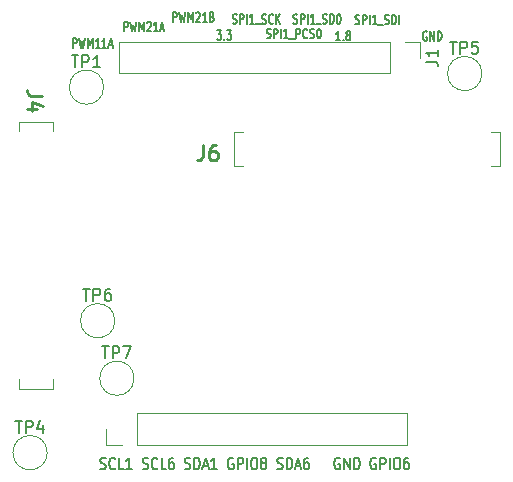
<source format=gbr>
%TF.GenerationSoftware,KiCad,Pcbnew,8.0.2-8.0.2-0~ubuntu20.04.1*%
%TF.CreationDate,2024-06-01T01:08:57-05:00*%
%TF.ProjectId,coral_b2b_breakout,636f7261-6c5f-4623-9262-5f627265616b,rev?*%
%TF.SameCoordinates,Original*%
%TF.FileFunction,Legend,Top*%
%TF.FilePolarity,Positive*%
%FSLAX46Y46*%
G04 Gerber Fmt 4.6, Leading zero omitted, Abs format (unit mm)*
G04 Created by KiCad (PCBNEW 8.0.2-8.0.2-0~ubuntu20.04.1) date 2024-06-01 01:08:57*
%MOMM*%
%LPD*%
G01*
G04 APERTURE LIST*
%ADD10C,0.127000*%
%ADD11C,0.150000*%
%ADD12C,0.254000*%
%ADD13C,0.120000*%
%ADD14C,0.100000*%
G04 APERTURE END LIST*
D10*
X161397837Y-64182396D02*
X161483552Y-64220491D01*
X161483552Y-64220491D02*
X161626409Y-64220491D01*
X161626409Y-64220491D02*
X161683552Y-64182396D01*
X161683552Y-64182396D02*
X161712123Y-64144300D01*
X161712123Y-64144300D02*
X161740694Y-64068110D01*
X161740694Y-64068110D02*
X161740694Y-63991919D01*
X161740694Y-63991919D02*
X161712123Y-63915729D01*
X161712123Y-63915729D02*
X161683552Y-63877634D01*
X161683552Y-63877634D02*
X161626409Y-63839538D01*
X161626409Y-63839538D02*
X161512123Y-63801443D01*
X161512123Y-63801443D02*
X161454980Y-63763348D01*
X161454980Y-63763348D02*
X161426409Y-63725253D01*
X161426409Y-63725253D02*
X161397837Y-63649062D01*
X161397837Y-63649062D02*
X161397837Y-63572872D01*
X161397837Y-63572872D02*
X161426409Y-63496681D01*
X161426409Y-63496681D02*
X161454980Y-63458586D01*
X161454980Y-63458586D02*
X161512123Y-63420491D01*
X161512123Y-63420491D02*
X161654980Y-63420491D01*
X161654980Y-63420491D02*
X161740694Y-63458586D01*
X161997838Y-64220491D02*
X161997838Y-63420491D01*
X161997838Y-63420491D02*
X162226409Y-63420491D01*
X162226409Y-63420491D02*
X162283552Y-63458586D01*
X162283552Y-63458586D02*
X162312123Y-63496681D01*
X162312123Y-63496681D02*
X162340695Y-63572872D01*
X162340695Y-63572872D02*
X162340695Y-63687157D01*
X162340695Y-63687157D02*
X162312123Y-63763348D01*
X162312123Y-63763348D02*
X162283552Y-63801443D01*
X162283552Y-63801443D02*
X162226409Y-63839538D01*
X162226409Y-63839538D02*
X161997838Y-63839538D01*
X162597838Y-64220491D02*
X162597838Y-63420491D01*
X163197837Y-64220491D02*
X162854980Y-64220491D01*
X163026409Y-64220491D02*
X163026409Y-63420491D01*
X163026409Y-63420491D02*
X162969266Y-63534776D01*
X162969266Y-63534776D02*
X162912123Y-63610967D01*
X162912123Y-63610967D02*
X162854980Y-63649062D01*
X163312124Y-64296681D02*
X163769266Y-64296681D01*
X163883552Y-64182396D02*
X163969267Y-64220491D01*
X163969267Y-64220491D02*
X164112124Y-64220491D01*
X164112124Y-64220491D02*
X164169267Y-64182396D01*
X164169267Y-64182396D02*
X164197838Y-64144300D01*
X164197838Y-64144300D02*
X164226409Y-64068110D01*
X164226409Y-64068110D02*
X164226409Y-63991919D01*
X164226409Y-63991919D02*
X164197838Y-63915729D01*
X164197838Y-63915729D02*
X164169267Y-63877634D01*
X164169267Y-63877634D02*
X164112124Y-63839538D01*
X164112124Y-63839538D02*
X163997838Y-63801443D01*
X163997838Y-63801443D02*
X163940695Y-63763348D01*
X163940695Y-63763348D02*
X163912124Y-63725253D01*
X163912124Y-63725253D02*
X163883552Y-63649062D01*
X163883552Y-63649062D02*
X163883552Y-63572872D01*
X163883552Y-63572872D02*
X163912124Y-63496681D01*
X163912124Y-63496681D02*
X163940695Y-63458586D01*
X163940695Y-63458586D02*
X163997838Y-63420491D01*
X163997838Y-63420491D02*
X164140695Y-63420491D01*
X164140695Y-63420491D02*
X164226409Y-63458586D01*
X164483553Y-64220491D02*
X164483553Y-63420491D01*
X164483553Y-63420491D02*
X164626410Y-63420491D01*
X164626410Y-63420491D02*
X164712124Y-63458586D01*
X164712124Y-63458586D02*
X164769267Y-63534776D01*
X164769267Y-63534776D02*
X164797838Y-63610967D01*
X164797838Y-63610967D02*
X164826410Y-63763348D01*
X164826410Y-63763348D02*
X164826410Y-63877634D01*
X164826410Y-63877634D02*
X164797838Y-64030015D01*
X164797838Y-64030015D02*
X164769267Y-64106205D01*
X164769267Y-64106205D02*
X164712124Y-64182396D01*
X164712124Y-64182396D02*
X164626410Y-64220491D01*
X164626410Y-64220491D02*
X164483553Y-64220491D01*
X165083553Y-64220491D02*
X165083553Y-63420491D01*
X160115694Y-65595491D02*
X159772837Y-65595491D01*
X159944266Y-65595491D02*
X159944266Y-64795491D01*
X159944266Y-64795491D02*
X159887123Y-64909776D01*
X159887123Y-64909776D02*
X159829980Y-64985967D01*
X159829980Y-64985967D02*
X159772837Y-65024062D01*
X160372838Y-65519300D02*
X160401409Y-65557396D01*
X160401409Y-65557396D02*
X160372838Y-65595491D01*
X160372838Y-65595491D02*
X160344266Y-65557396D01*
X160344266Y-65557396D02*
X160372838Y-65519300D01*
X160372838Y-65519300D02*
X160372838Y-65595491D01*
X160744266Y-65138348D02*
X160687123Y-65100253D01*
X160687123Y-65100253D02*
X160658552Y-65062157D01*
X160658552Y-65062157D02*
X160629980Y-64985967D01*
X160629980Y-64985967D02*
X160629980Y-64947872D01*
X160629980Y-64947872D02*
X160658552Y-64871681D01*
X160658552Y-64871681D02*
X160687123Y-64833586D01*
X160687123Y-64833586D02*
X160744266Y-64795491D01*
X160744266Y-64795491D02*
X160858552Y-64795491D01*
X160858552Y-64795491D02*
X160915695Y-64833586D01*
X160915695Y-64833586D02*
X160944266Y-64871681D01*
X160944266Y-64871681D02*
X160972837Y-64947872D01*
X160972837Y-64947872D02*
X160972837Y-64985967D01*
X160972837Y-64985967D02*
X160944266Y-65062157D01*
X160944266Y-65062157D02*
X160915695Y-65100253D01*
X160915695Y-65100253D02*
X160858552Y-65138348D01*
X160858552Y-65138348D02*
X160744266Y-65138348D01*
X160744266Y-65138348D02*
X160687123Y-65176443D01*
X160687123Y-65176443D02*
X160658552Y-65214538D01*
X160658552Y-65214538D02*
X160629980Y-65290729D01*
X160629980Y-65290729D02*
X160629980Y-65443110D01*
X160629980Y-65443110D02*
X160658552Y-65519300D01*
X160658552Y-65519300D02*
X160687123Y-65557396D01*
X160687123Y-65557396D02*
X160744266Y-65595491D01*
X160744266Y-65595491D02*
X160858552Y-65595491D01*
X160858552Y-65595491D02*
X160915695Y-65557396D01*
X160915695Y-65557396D02*
X160944266Y-65519300D01*
X160944266Y-65519300D02*
X160972837Y-65443110D01*
X160972837Y-65443110D02*
X160972837Y-65290729D01*
X160972837Y-65290729D02*
X160944266Y-65214538D01*
X160944266Y-65214538D02*
X160915695Y-65176443D01*
X160915695Y-65176443D02*
X160858552Y-65138348D01*
X156147837Y-64132396D02*
X156233552Y-64170491D01*
X156233552Y-64170491D02*
X156376409Y-64170491D01*
X156376409Y-64170491D02*
X156433552Y-64132396D01*
X156433552Y-64132396D02*
X156462123Y-64094300D01*
X156462123Y-64094300D02*
X156490694Y-64018110D01*
X156490694Y-64018110D02*
X156490694Y-63941919D01*
X156490694Y-63941919D02*
X156462123Y-63865729D01*
X156462123Y-63865729D02*
X156433552Y-63827634D01*
X156433552Y-63827634D02*
X156376409Y-63789538D01*
X156376409Y-63789538D02*
X156262123Y-63751443D01*
X156262123Y-63751443D02*
X156204980Y-63713348D01*
X156204980Y-63713348D02*
X156176409Y-63675253D01*
X156176409Y-63675253D02*
X156147837Y-63599062D01*
X156147837Y-63599062D02*
X156147837Y-63522872D01*
X156147837Y-63522872D02*
X156176409Y-63446681D01*
X156176409Y-63446681D02*
X156204980Y-63408586D01*
X156204980Y-63408586D02*
X156262123Y-63370491D01*
X156262123Y-63370491D02*
X156404980Y-63370491D01*
X156404980Y-63370491D02*
X156490694Y-63408586D01*
X156747838Y-64170491D02*
X156747838Y-63370491D01*
X156747838Y-63370491D02*
X156976409Y-63370491D01*
X156976409Y-63370491D02*
X157033552Y-63408586D01*
X157033552Y-63408586D02*
X157062123Y-63446681D01*
X157062123Y-63446681D02*
X157090695Y-63522872D01*
X157090695Y-63522872D02*
X157090695Y-63637157D01*
X157090695Y-63637157D02*
X157062123Y-63713348D01*
X157062123Y-63713348D02*
X157033552Y-63751443D01*
X157033552Y-63751443D02*
X156976409Y-63789538D01*
X156976409Y-63789538D02*
X156747838Y-63789538D01*
X157347838Y-64170491D02*
X157347838Y-63370491D01*
X157947837Y-64170491D02*
X157604980Y-64170491D01*
X157776409Y-64170491D02*
X157776409Y-63370491D01*
X157776409Y-63370491D02*
X157719266Y-63484776D01*
X157719266Y-63484776D02*
X157662123Y-63560967D01*
X157662123Y-63560967D02*
X157604980Y-63599062D01*
X158062124Y-64246681D02*
X158519266Y-64246681D01*
X158633552Y-64132396D02*
X158719267Y-64170491D01*
X158719267Y-64170491D02*
X158862124Y-64170491D01*
X158862124Y-64170491D02*
X158919267Y-64132396D01*
X158919267Y-64132396D02*
X158947838Y-64094300D01*
X158947838Y-64094300D02*
X158976409Y-64018110D01*
X158976409Y-64018110D02*
X158976409Y-63941919D01*
X158976409Y-63941919D02*
X158947838Y-63865729D01*
X158947838Y-63865729D02*
X158919267Y-63827634D01*
X158919267Y-63827634D02*
X158862124Y-63789538D01*
X158862124Y-63789538D02*
X158747838Y-63751443D01*
X158747838Y-63751443D02*
X158690695Y-63713348D01*
X158690695Y-63713348D02*
X158662124Y-63675253D01*
X158662124Y-63675253D02*
X158633552Y-63599062D01*
X158633552Y-63599062D02*
X158633552Y-63522872D01*
X158633552Y-63522872D02*
X158662124Y-63446681D01*
X158662124Y-63446681D02*
X158690695Y-63408586D01*
X158690695Y-63408586D02*
X158747838Y-63370491D01*
X158747838Y-63370491D02*
X158890695Y-63370491D01*
X158890695Y-63370491D02*
X158976409Y-63408586D01*
X159233553Y-64170491D02*
X159233553Y-63370491D01*
X159233553Y-63370491D02*
X159376410Y-63370491D01*
X159376410Y-63370491D02*
X159462124Y-63408586D01*
X159462124Y-63408586D02*
X159519267Y-63484776D01*
X159519267Y-63484776D02*
X159547838Y-63560967D01*
X159547838Y-63560967D02*
X159576410Y-63713348D01*
X159576410Y-63713348D02*
X159576410Y-63827634D01*
X159576410Y-63827634D02*
X159547838Y-63980015D01*
X159547838Y-63980015D02*
X159519267Y-64056205D01*
X159519267Y-64056205D02*
X159462124Y-64132396D01*
X159462124Y-64132396D02*
X159376410Y-64170491D01*
X159376410Y-64170491D02*
X159233553Y-64170491D01*
X159947838Y-63370491D02*
X160004981Y-63370491D01*
X160004981Y-63370491D02*
X160062124Y-63408586D01*
X160062124Y-63408586D02*
X160090696Y-63446681D01*
X160090696Y-63446681D02*
X160119267Y-63522872D01*
X160119267Y-63522872D02*
X160147838Y-63675253D01*
X160147838Y-63675253D02*
X160147838Y-63865729D01*
X160147838Y-63865729D02*
X160119267Y-64018110D01*
X160119267Y-64018110D02*
X160090696Y-64094300D01*
X160090696Y-64094300D02*
X160062124Y-64132396D01*
X160062124Y-64132396D02*
X160004981Y-64170491D01*
X160004981Y-64170491D02*
X159947838Y-64170491D01*
X159947838Y-64170491D02*
X159890696Y-64132396D01*
X159890696Y-64132396D02*
X159862124Y-64094300D01*
X159862124Y-64094300D02*
X159833553Y-64018110D01*
X159833553Y-64018110D02*
X159804981Y-63865729D01*
X159804981Y-63865729D02*
X159804981Y-63675253D01*
X159804981Y-63675253D02*
X159833553Y-63522872D01*
X159833553Y-63522872D02*
X159862124Y-63446681D01*
X159862124Y-63446681D02*
X159890696Y-63408586D01*
X159890696Y-63408586D02*
X159947838Y-63370491D01*
X153872837Y-65357396D02*
X153958552Y-65395491D01*
X153958552Y-65395491D02*
X154101409Y-65395491D01*
X154101409Y-65395491D02*
X154158552Y-65357396D01*
X154158552Y-65357396D02*
X154187123Y-65319300D01*
X154187123Y-65319300D02*
X154215694Y-65243110D01*
X154215694Y-65243110D02*
X154215694Y-65166919D01*
X154215694Y-65166919D02*
X154187123Y-65090729D01*
X154187123Y-65090729D02*
X154158552Y-65052634D01*
X154158552Y-65052634D02*
X154101409Y-65014538D01*
X154101409Y-65014538D02*
X153987123Y-64976443D01*
X153987123Y-64976443D02*
X153929980Y-64938348D01*
X153929980Y-64938348D02*
X153901409Y-64900253D01*
X153901409Y-64900253D02*
X153872837Y-64824062D01*
X153872837Y-64824062D02*
X153872837Y-64747872D01*
X153872837Y-64747872D02*
X153901409Y-64671681D01*
X153901409Y-64671681D02*
X153929980Y-64633586D01*
X153929980Y-64633586D02*
X153987123Y-64595491D01*
X153987123Y-64595491D02*
X154129980Y-64595491D01*
X154129980Y-64595491D02*
X154215694Y-64633586D01*
X154472838Y-65395491D02*
X154472838Y-64595491D01*
X154472838Y-64595491D02*
X154701409Y-64595491D01*
X154701409Y-64595491D02*
X154758552Y-64633586D01*
X154758552Y-64633586D02*
X154787123Y-64671681D01*
X154787123Y-64671681D02*
X154815695Y-64747872D01*
X154815695Y-64747872D02*
X154815695Y-64862157D01*
X154815695Y-64862157D02*
X154787123Y-64938348D01*
X154787123Y-64938348D02*
X154758552Y-64976443D01*
X154758552Y-64976443D02*
X154701409Y-65014538D01*
X154701409Y-65014538D02*
X154472838Y-65014538D01*
X155072838Y-65395491D02*
X155072838Y-64595491D01*
X155672837Y-65395491D02*
X155329980Y-65395491D01*
X155501409Y-65395491D02*
X155501409Y-64595491D01*
X155501409Y-64595491D02*
X155444266Y-64709776D01*
X155444266Y-64709776D02*
X155387123Y-64785967D01*
X155387123Y-64785967D02*
X155329980Y-64824062D01*
X155787124Y-65471681D02*
X156244266Y-65471681D01*
X156387124Y-65395491D02*
X156387124Y-64595491D01*
X156387124Y-64595491D02*
X156615695Y-64595491D01*
X156615695Y-64595491D02*
X156672838Y-64633586D01*
X156672838Y-64633586D02*
X156701409Y-64671681D01*
X156701409Y-64671681D02*
X156729981Y-64747872D01*
X156729981Y-64747872D02*
X156729981Y-64862157D01*
X156729981Y-64862157D02*
X156701409Y-64938348D01*
X156701409Y-64938348D02*
X156672838Y-64976443D01*
X156672838Y-64976443D02*
X156615695Y-65014538D01*
X156615695Y-65014538D02*
X156387124Y-65014538D01*
X157329981Y-65319300D02*
X157301409Y-65357396D01*
X157301409Y-65357396D02*
X157215695Y-65395491D01*
X157215695Y-65395491D02*
X157158552Y-65395491D01*
X157158552Y-65395491D02*
X157072838Y-65357396D01*
X157072838Y-65357396D02*
X157015695Y-65281205D01*
X157015695Y-65281205D02*
X156987124Y-65205015D01*
X156987124Y-65205015D02*
X156958552Y-65052634D01*
X156958552Y-65052634D02*
X156958552Y-64938348D01*
X156958552Y-64938348D02*
X156987124Y-64785967D01*
X156987124Y-64785967D02*
X157015695Y-64709776D01*
X157015695Y-64709776D02*
X157072838Y-64633586D01*
X157072838Y-64633586D02*
X157158552Y-64595491D01*
X157158552Y-64595491D02*
X157215695Y-64595491D01*
X157215695Y-64595491D02*
X157301409Y-64633586D01*
X157301409Y-64633586D02*
X157329981Y-64671681D01*
X157558552Y-65357396D02*
X157644267Y-65395491D01*
X157644267Y-65395491D02*
X157787124Y-65395491D01*
X157787124Y-65395491D02*
X157844267Y-65357396D01*
X157844267Y-65357396D02*
X157872838Y-65319300D01*
X157872838Y-65319300D02*
X157901409Y-65243110D01*
X157901409Y-65243110D02*
X157901409Y-65166919D01*
X157901409Y-65166919D02*
X157872838Y-65090729D01*
X157872838Y-65090729D02*
X157844267Y-65052634D01*
X157844267Y-65052634D02*
X157787124Y-65014538D01*
X157787124Y-65014538D02*
X157672838Y-64976443D01*
X157672838Y-64976443D02*
X157615695Y-64938348D01*
X157615695Y-64938348D02*
X157587124Y-64900253D01*
X157587124Y-64900253D02*
X157558552Y-64824062D01*
X157558552Y-64824062D02*
X157558552Y-64747872D01*
X157558552Y-64747872D02*
X157587124Y-64671681D01*
X157587124Y-64671681D02*
X157615695Y-64633586D01*
X157615695Y-64633586D02*
X157672838Y-64595491D01*
X157672838Y-64595491D02*
X157815695Y-64595491D01*
X157815695Y-64595491D02*
X157901409Y-64633586D01*
X158272838Y-64595491D02*
X158329981Y-64595491D01*
X158329981Y-64595491D02*
X158387124Y-64633586D01*
X158387124Y-64633586D02*
X158415696Y-64671681D01*
X158415696Y-64671681D02*
X158444267Y-64747872D01*
X158444267Y-64747872D02*
X158472838Y-64900253D01*
X158472838Y-64900253D02*
X158472838Y-65090729D01*
X158472838Y-65090729D02*
X158444267Y-65243110D01*
X158444267Y-65243110D02*
X158415696Y-65319300D01*
X158415696Y-65319300D02*
X158387124Y-65357396D01*
X158387124Y-65357396D02*
X158329981Y-65395491D01*
X158329981Y-65395491D02*
X158272838Y-65395491D01*
X158272838Y-65395491D02*
X158215696Y-65357396D01*
X158215696Y-65357396D02*
X158187124Y-65319300D01*
X158187124Y-65319300D02*
X158158553Y-65243110D01*
X158158553Y-65243110D02*
X158129981Y-65090729D01*
X158129981Y-65090729D02*
X158129981Y-64900253D01*
X158129981Y-64900253D02*
X158158553Y-64747872D01*
X158158553Y-64747872D02*
X158187124Y-64671681D01*
X158187124Y-64671681D02*
X158215696Y-64633586D01*
X158215696Y-64633586D02*
X158272838Y-64595491D01*
X150997837Y-64132396D02*
X151083552Y-64170491D01*
X151083552Y-64170491D02*
X151226409Y-64170491D01*
X151226409Y-64170491D02*
X151283552Y-64132396D01*
X151283552Y-64132396D02*
X151312123Y-64094300D01*
X151312123Y-64094300D02*
X151340694Y-64018110D01*
X151340694Y-64018110D02*
X151340694Y-63941919D01*
X151340694Y-63941919D02*
X151312123Y-63865729D01*
X151312123Y-63865729D02*
X151283552Y-63827634D01*
X151283552Y-63827634D02*
X151226409Y-63789538D01*
X151226409Y-63789538D02*
X151112123Y-63751443D01*
X151112123Y-63751443D02*
X151054980Y-63713348D01*
X151054980Y-63713348D02*
X151026409Y-63675253D01*
X151026409Y-63675253D02*
X150997837Y-63599062D01*
X150997837Y-63599062D02*
X150997837Y-63522872D01*
X150997837Y-63522872D02*
X151026409Y-63446681D01*
X151026409Y-63446681D02*
X151054980Y-63408586D01*
X151054980Y-63408586D02*
X151112123Y-63370491D01*
X151112123Y-63370491D02*
X151254980Y-63370491D01*
X151254980Y-63370491D02*
X151340694Y-63408586D01*
X151597838Y-64170491D02*
X151597838Y-63370491D01*
X151597838Y-63370491D02*
X151826409Y-63370491D01*
X151826409Y-63370491D02*
X151883552Y-63408586D01*
X151883552Y-63408586D02*
X151912123Y-63446681D01*
X151912123Y-63446681D02*
X151940695Y-63522872D01*
X151940695Y-63522872D02*
X151940695Y-63637157D01*
X151940695Y-63637157D02*
X151912123Y-63713348D01*
X151912123Y-63713348D02*
X151883552Y-63751443D01*
X151883552Y-63751443D02*
X151826409Y-63789538D01*
X151826409Y-63789538D02*
X151597838Y-63789538D01*
X152197838Y-64170491D02*
X152197838Y-63370491D01*
X152797837Y-64170491D02*
X152454980Y-64170491D01*
X152626409Y-64170491D02*
X152626409Y-63370491D01*
X152626409Y-63370491D02*
X152569266Y-63484776D01*
X152569266Y-63484776D02*
X152512123Y-63560967D01*
X152512123Y-63560967D02*
X152454980Y-63599062D01*
X152912124Y-64246681D02*
X153369266Y-64246681D01*
X153483552Y-64132396D02*
X153569267Y-64170491D01*
X153569267Y-64170491D02*
X153712124Y-64170491D01*
X153712124Y-64170491D02*
X153769267Y-64132396D01*
X153769267Y-64132396D02*
X153797838Y-64094300D01*
X153797838Y-64094300D02*
X153826409Y-64018110D01*
X153826409Y-64018110D02*
X153826409Y-63941919D01*
X153826409Y-63941919D02*
X153797838Y-63865729D01*
X153797838Y-63865729D02*
X153769267Y-63827634D01*
X153769267Y-63827634D02*
X153712124Y-63789538D01*
X153712124Y-63789538D02*
X153597838Y-63751443D01*
X153597838Y-63751443D02*
X153540695Y-63713348D01*
X153540695Y-63713348D02*
X153512124Y-63675253D01*
X153512124Y-63675253D02*
X153483552Y-63599062D01*
X153483552Y-63599062D02*
X153483552Y-63522872D01*
X153483552Y-63522872D02*
X153512124Y-63446681D01*
X153512124Y-63446681D02*
X153540695Y-63408586D01*
X153540695Y-63408586D02*
X153597838Y-63370491D01*
X153597838Y-63370491D02*
X153740695Y-63370491D01*
X153740695Y-63370491D02*
X153826409Y-63408586D01*
X154426410Y-64094300D02*
X154397838Y-64132396D01*
X154397838Y-64132396D02*
X154312124Y-64170491D01*
X154312124Y-64170491D02*
X154254981Y-64170491D01*
X154254981Y-64170491D02*
X154169267Y-64132396D01*
X154169267Y-64132396D02*
X154112124Y-64056205D01*
X154112124Y-64056205D02*
X154083553Y-63980015D01*
X154083553Y-63980015D02*
X154054981Y-63827634D01*
X154054981Y-63827634D02*
X154054981Y-63713348D01*
X154054981Y-63713348D02*
X154083553Y-63560967D01*
X154083553Y-63560967D02*
X154112124Y-63484776D01*
X154112124Y-63484776D02*
X154169267Y-63408586D01*
X154169267Y-63408586D02*
X154254981Y-63370491D01*
X154254981Y-63370491D02*
X154312124Y-63370491D01*
X154312124Y-63370491D02*
X154397838Y-63408586D01*
X154397838Y-63408586D02*
X154426410Y-63446681D01*
X154683553Y-64170491D02*
X154683553Y-63370491D01*
X155026410Y-64170491D02*
X154769267Y-63713348D01*
X155026410Y-63370491D02*
X154683553Y-63827634D01*
X149644266Y-64745491D02*
X150015694Y-64745491D01*
X150015694Y-64745491D02*
X149815694Y-65050253D01*
X149815694Y-65050253D02*
X149901409Y-65050253D01*
X149901409Y-65050253D02*
X149958552Y-65088348D01*
X149958552Y-65088348D02*
X149987123Y-65126443D01*
X149987123Y-65126443D02*
X150015694Y-65202634D01*
X150015694Y-65202634D02*
X150015694Y-65393110D01*
X150015694Y-65393110D02*
X149987123Y-65469300D01*
X149987123Y-65469300D02*
X149958552Y-65507396D01*
X149958552Y-65507396D02*
X149901409Y-65545491D01*
X149901409Y-65545491D02*
X149729980Y-65545491D01*
X149729980Y-65545491D02*
X149672837Y-65507396D01*
X149672837Y-65507396D02*
X149644266Y-65469300D01*
X150272838Y-65469300D02*
X150301409Y-65507396D01*
X150301409Y-65507396D02*
X150272838Y-65545491D01*
X150272838Y-65545491D02*
X150244266Y-65507396D01*
X150244266Y-65507396D02*
X150272838Y-65469300D01*
X150272838Y-65469300D02*
X150272838Y-65545491D01*
X150501409Y-64745491D02*
X150872837Y-64745491D01*
X150872837Y-64745491D02*
X150672837Y-65050253D01*
X150672837Y-65050253D02*
X150758552Y-65050253D01*
X150758552Y-65050253D02*
X150815695Y-65088348D01*
X150815695Y-65088348D02*
X150844266Y-65126443D01*
X150844266Y-65126443D02*
X150872837Y-65202634D01*
X150872837Y-65202634D02*
X150872837Y-65393110D01*
X150872837Y-65393110D02*
X150844266Y-65469300D01*
X150844266Y-65469300D02*
X150815695Y-65507396D01*
X150815695Y-65507396D02*
X150758552Y-65545491D01*
X150758552Y-65545491D02*
X150587123Y-65545491D01*
X150587123Y-65545491D02*
X150529980Y-65507396D01*
X150529980Y-65507396D02*
X150501409Y-65469300D01*
X145951409Y-64020491D02*
X145951409Y-63220491D01*
X145951409Y-63220491D02*
X146179980Y-63220491D01*
X146179980Y-63220491D02*
X146237123Y-63258586D01*
X146237123Y-63258586D02*
X146265694Y-63296681D01*
X146265694Y-63296681D02*
X146294266Y-63372872D01*
X146294266Y-63372872D02*
X146294266Y-63487157D01*
X146294266Y-63487157D02*
X146265694Y-63563348D01*
X146265694Y-63563348D02*
X146237123Y-63601443D01*
X146237123Y-63601443D02*
X146179980Y-63639538D01*
X146179980Y-63639538D02*
X145951409Y-63639538D01*
X146494266Y-63220491D02*
X146637123Y-64020491D01*
X146637123Y-64020491D02*
X146751409Y-63449062D01*
X146751409Y-63449062D02*
X146865694Y-64020491D01*
X146865694Y-64020491D02*
X147008552Y-63220491D01*
X147237123Y-64020491D02*
X147237123Y-63220491D01*
X147237123Y-63220491D02*
X147437123Y-63791919D01*
X147437123Y-63791919D02*
X147637123Y-63220491D01*
X147637123Y-63220491D02*
X147637123Y-64020491D01*
X147894265Y-63296681D02*
X147922837Y-63258586D01*
X147922837Y-63258586D02*
X147979980Y-63220491D01*
X147979980Y-63220491D02*
X148122837Y-63220491D01*
X148122837Y-63220491D02*
X148179980Y-63258586D01*
X148179980Y-63258586D02*
X148208551Y-63296681D01*
X148208551Y-63296681D02*
X148237122Y-63372872D01*
X148237122Y-63372872D02*
X148237122Y-63449062D01*
X148237122Y-63449062D02*
X148208551Y-63563348D01*
X148208551Y-63563348D02*
X147865694Y-64020491D01*
X147865694Y-64020491D02*
X148237122Y-64020491D01*
X148808551Y-64020491D02*
X148465694Y-64020491D01*
X148637123Y-64020491D02*
X148637123Y-63220491D01*
X148637123Y-63220491D02*
X148579980Y-63334776D01*
X148579980Y-63334776D02*
X148522837Y-63410967D01*
X148522837Y-63410967D02*
X148465694Y-63449062D01*
X149265695Y-63601443D02*
X149351409Y-63639538D01*
X149351409Y-63639538D02*
X149379980Y-63677634D01*
X149379980Y-63677634D02*
X149408552Y-63753824D01*
X149408552Y-63753824D02*
X149408552Y-63868110D01*
X149408552Y-63868110D02*
X149379980Y-63944300D01*
X149379980Y-63944300D02*
X149351409Y-63982396D01*
X149351409Y-63982396D02*
X149294266Y-64020491D01*
X149294266Y-64020491D02*
X149065695Y-64020491D01*
X149065695Y-64020491D02*
X149065695Y-63220491D01*
X149065695Y-63220491D02*
X149265695Y-63220491D01*
X149265695Y-63220491D02*
X149322838Y-63258586D01*
X149322838Y-63258586D02*
X149351409Y-63296681D01*
X149351409Y-63296681D02*
X149379980Y-63372872D01*
X149379980Y-63372872D02*
X149379980Y-63449062D01*
X149379980Y-63449062D02*
X149351409Y-63525253D01*
X149351409Y-63525253D02*
X149322838Y-63563348D01*
X149322838Y-63563348D02*
X149265695Y-63601443D01*
X149265695Y-63601443D02*
X149065695Y-63601443D01*
X141801409Y-64820491D02*
X141801409Y-64020491D01*
X141801409Y-64020491D02*
X142029980Y-64020491D01*
X142029980Y-64020491D02*
X142087123Y-64058586D01*
X142087123Y-64058586D02*
X142115694Y-64096681D01*
X142115694Y-64096681D02*
X142144266Y-64172872D01*
X142144266Y-64172872D02*
X142144266Y-64287157D01*
X142144266Y-64287157D02*
X142115694Y-64363348D01*
X142115694Y-64363348D02*
X142087123Y-64401443D01*
X142087123Y-64401443D02*
X142029980Y-64439538D01*
X142029980Y-64439538D02*
X141801409Y-64439538D01*
X142344266Y-64020491D02*
X142487123Y-64820491D01*
X142487123Y-64820491D02*
X142601409Y-64249062D01*
X142601409Y-64249062D02*
X142715694Y-64820491D01*
X142715694Y-64820491D02*
X142858552Y-64020491D01*
X143087123Y-64820491D02*
X143087123Y-64020491D01*
X143087123Y-64020491D02*
X143287123Y-64591919D01*
X143287123Y-64591919D02*
X143487123Y-64020491D01*
X143487123Y-64020491D02*
X143487123Y-64820491D01*
X143744265Y-64096681D02*
X143772837Y-64058586D01*
X143772837Y-64058586D02*
X143829980Y-64020491D01*
X143829980Y-64020491D02*
X143972837Y-64020491D01*
X143972837Y-64020491D02*
X144029980Y-64058586D01*
X144029980Y-64058586D02*
X144058551Y-64096681D01*
X144058551Y-64096681D02*
X144087122Y-64172872D01*
X144087122Y-64172872D02*
X144087122Y-64249062D01*
X144087122Y-64249062D02*
X144058551Y-64363348D01*
X144058551Y-64363348D02*
X143715694Y-64820491D01*
X143715694Y-64820491D02*
X144087122Y-64820491D01*
X144658551Y-64820491D02*
X144315694Y-64820491D01*
X144487123Y-64820491D02*
X144487123Y-64020491D01*
X144487123Y-64020491D02*
X144429980Y-64134776D01*
X144429980Y-64134776D02*
X144372837Y-64210967D01*
X144372837Y-64210967D02*
X144315694Y-64249062D01*
X144887123Y-64591919D02*
X145172838Y-64591919D01*
X144829980Y-64820491D02*
X145029980Y-64020491D01*
X145029980Y-64020491D02*
X145229980Y-64820491D01*
X137451409Y-66220491D02*
X137451409Y-65420491D01*
X137451409Y-65420491D02*
X137679980Y-65420491D01*
X137679980Y-65420491D02*
X137737123Y-65458586D01*
X137737123Y-65458586D02*
X137765694Y-65496681D01*
X137765694Y-65496681D02*
X137794266Y-65572872D01*
X137794266Y-65572872D02*
X137794266Y-65687157D01*
X137794266Y-65687157D02*
X137765694Y-65763348D01*
X137765694Y-65763348D02*
X137737123Y-65801443D01*
X137737123Y-65801443D02*
X137679980Y-65839538D01*
X137679980Y-65839538D02*
X137451409Y-65839538D01*
X137994266Y-65420491D02*
X138137123Y-66220491D01*
X138137123Y-66220491D02*
X138251409Y-65649062D01*
X138251409Y-65649062D02*
X138365694Y-66220491D01*
X138365694Y-66220491D02*
X138508552Y-65420491D01*
X138737123Y-66220491D02*
X138737123Y-65420491D01*
X138737123Y-65420491D02*
X138937123Y-65991919D01*
X138937123Y-65991919D02*
X139137123Y-65420491D01*
X139137123Y-65420491D02*
X139137123Y-66220491D01*
X139737122Y-66220491D02*
X139394265Y-66220491D01*
X139565694Y-66220491D02*
X139565694Y-65420491D01*
X139565694Y-65420491D02*
X139508551Y-65534776D01*
X139508551Y-65534776D02*
X139451408Y-65610967D01*
X139451408Y-65610967D02*
X139394265Y-65649062D01*
X140308551Y-66220491D02*
X139965694Y-66220491D01*
X140137123Y-66220491D02*
X140137123Y-65420491D01*
X140137123Y-65420491D02*
X140079980Y-65534776D01*
X140079980Y-65534776D02*
X140022837Y-65610967D01*
X140022837Y-65610967D02*
X139965694Y-65649062D01*
X140537123Y-65991919D02*
X140822838Y-65991919D01*
X140479980Y-66220491D02*
X140679980Y-65420491D01*
X140679980Y-65420491D02*
X140879980Y-66220491D01*
X167445694Y-64853586D02*
X167388552Y-64815491D01*
X167388552Y-64815491D02*
X167302837Y-64815491D01*
X167302837Y-64815491D02*
X167217123Y-64853586D01*
X167217123Y-64853586D02*
X167159980Y-64929776D01*
X167159980Y-64929776D02*
X167131409Y-65005967D01*
X167131409Y-65005967D02*
X167102837Y-65158348D01*
X167102837Y-65158348D02*
X167102837Y-65272634D01*
X167102837Y-65272634D02*
X167131409Y-65425015D01*
X167131409Y-65425015D02*
X167159980Y-65501205D01*
X167159980Y-65501205D02*
X167217123Y-65577396D01*
X167217123Y-65577396D02*
X167302837Y-65615491D01*
X167302837Y-65615491D02*
X167359980Y-65615491D01*
X167359980Y-65615491D02*
X167445694Y-65577396D01*
X167445694Y-65577396D02*
X167474266Y-65539300D01*
X167474266Y-65539300D02*
X167474266Y-65272634D01*
X167474266Y-65272634D02*
X167359980Y-65272634D01*
X167731409Y-65615491D02*
X167731409Y-64815491D01*
X167731409Y-64815491D02*
X168074266Y-65615491D01*
X168074266Y-65615491D02*
X168074266Y-64815491D01*
X168359980Y-65615491D02*
X168359980Y-64815491D01*
X168359980Y-64815491D02*
X168502837Y-64815491D01*
X168502837Y-64815491D02*
X168588551Y-64853586D01*
X168588551Y-64853586D02*
X168645694Y-64929776D01*
X168645694Y-64929776D02*
X168674265Y-65005967D01*
X168674265Y-65005967D02*
X168702837Y-65158348D01*
X168702837Y-65158348D02*
X168702837Y-65272634D01*
X168702837Y-65272634D02*
X168674265Y-65425015D01*
X168674265Y-65425015D02*
X168645694Y-65501205D01*
X168645694Y-65501205D02*
X168588551Y-65577396D01*
X168588551Y-65577396D02*
X168502837Y-65615491D01*
X168502837Y-65615491D02*
X168359980Y-65615491D01*
D11*
X139801064Y-101872200D02*
X139915350Y-101919819D01*
X139915350Y-101919819D02*
X140105826Y-101919819D01*
X140105826Y-101919819D02*
X140182017Y-101872200D01*
X140182017Y-101872200D02*
X140220112Y-101824580D01*
X140220112Y-101824580D02*
X140258207Y-101729342D01*
X140258207Y-101729342D02*
X140258207Y-101634104D01*
X140258207Y-101634104D02*
X140220112Y-101538866D01*
X140220112Y-101538866D02*
X140182017Y-101491247D01*
X140182017Y-101491247D02*
X140105826Y-101443628D01*
X140105826Y-101443628D02*
X139953445Y-101396009D01*
X139953445Y-101396009D02*
X139877255Y-101348390D01*
X139877255Y-101348390D02*
X139839160Y-101300771D01*
X139839160Y-101300771D02*
X139801064Y-101205533D01*
X139801064Y-101205533D02*
X139801064Y-101110295D01*
X139801064Y-101110295D02*
X139839160Y-101015057D01*
X139839160Y-101015057D02*
X139877255Y-100967438D01*
X139877255Y-100967438D02*
X139953445Y-100919819D01*
X139953445Y-100919819D02*
X140143922Y-100919819D01*
X140143922Y-100919819D02*
X140258207Y-100967438D01*
X141058208Y-101824580D02*
X141020112Y-101872200D01*
X141020112Y-101872200D02*
X140905827Y-101919819D01*
X140905827Y-101919819D02*
X140829636Y-101919819D01*
X140829636Y-101919819D02*
X140715350Y-101872200D01*
X140715350Y-101872200D02*
X140639160Y-101776961D01*
X140639160Y-101776961D02*
X140601065Y-101681723D01*
X140601065Y-101681723D02*
X140562969Y-101491247D01*
X140562969Y-101491247D02*
X140562969Y-101348390D01*
X140562969Y-101348390D02*
X140601065Y-101157914D01*
X140601065Y-101157914D02*
X140639160Y-101062676D01*
X140639160Y-101062676D02*
X140715350Y-100967438D01*
X140715350Y-100967438D02*
X140829636Y-100919819D01*
X140829636Y-100919819D02*
X140905827Y-100919819D01*
X140905827Y-100919819D02*
X141020112Y-100967438D01*
X141020112Y-100967438D02*
X141058208Y-101015057D01*
X141782017Y-101919819D02*
X141401065Y-101919819D01*
X141401065Y-101919819D02*
X141401065Y-100919819D01*
X142467731Y-101919819D02*
X142010588Y-101919819D01*
X142239160Y-101919819D02*
X142239160Y-100919819D01*
X142239160Y-100919819D02*
X142162969Y-101062676D01*
X142162969Y-101062676D02*
X142086779Y-101157914D01*
X142086779Y-101157914D02*
X142010588Y-101205533D01*
X143382017Y-101872200D02*
X143496303Y-101919819D01*
X143496303Y-101919819D02*
X143686779Y-101919819D01*
X143686779Y-101919819D02*
X143762970Y-101872200D01*
X143762970Y-101872200D02*
X143801065Y-101824580D01*
X143801065Y-101824580D02*
X143839160Y-101729342D01*
X143839160Y-101729342D02*
X143839160Y-101634104D01*
X143839160Y-101634104D02*
X143801065Y-101538866D01*
X143801065Y-101538866D02*
X143762970Y-101491247D01*
X143762970Y-101491247D02*
X143686779Y-101443628D01*
X143686779Y-101443628D02*
X143534398Y-101396009D01*
X143534398Y-101396009D02*
X143458208Y-101348390D01*
X143458208Y-101348390D02*
X143420113Y-101300771D01*
X143420113Y-101300771D02*
X143382017Y-101205533D01*
X143382017Y-101205533D02*
X143382017Y-101110295D01*
X143382017Y-101110295D02*
X143420113Y-101015057D01*
X143420113Y-101015057D02*
X143458208Y-100967438D01*
X143458208Y-100967438D02*
X143534398Y-100919819D01*
X143534398Y-100919819D02*
X143724875Y-100919819D01*
X143724875Y-100919819D02*
X143839160Y-100967438D01*
X144639161Y-101824580D02*
X144601065Y-101872200D01*
X144601065Y-101872200D02*
X144486780Y-101919819D01*
X144486780Y-101919819D02*
X144410589Y-101919819D01*
X144410589Y-101919819D02*
X144296303Y-101872200D01*
X144296303Y-101872200D02*
X144220113Y-101776961D01*
X144220113Y-101776961D02*
X144182018Y-101681723D01*
X144182018Y-101681723D02*
X144143922Y-101491247D01*
X144143922Y-101491247D02*
X144143922Y-101348390D01*
X144143922Y-101348390D02*
X144182018Y-101157914D01*
X144182018Y-101157914D02*
X144220113Y-101062676D01*
X144220113Y-101062676D02*
X144296303Y-100967438D01*
X144296303Y-100967438D02*
X144410589Y-100919819D01*
X144410589Y-100919819D02*
X144486780Y-100919819D01*
X144486780Y-100919819D02*
X144601065Y-100967438D01*
X144601065Y-100967438D02*
X144639161Y-101015057D01*
X145362970Y-101919819D02*
X144982018Y-101919819D01*
X144982018Y-101919819D02*
X144982018Y-100919819D01*
X145972494Y-100919819D02*
X145820113Y-100919819D01*
X145820113Y-100919819D02*
X145743922Y-100967438D01*
X145743922Y-100967438D02*
X145705827Y-101015057D01*
X145705827Y-101015057D02*
X145629637Y-101157914D01*
X145629637Y-101157914D02*
X145591541Y-101348390D01*
X145591541Y-101348390D02*
X145591541Y-101729342D01*
X145591541Y-101729342D02*
X145629637Y-101824580D01*
X145629637Y-101824580D02*
X145667732Y-101872200D01*
X145667732Y-101872200D02*
X145743922Y-101919819D01*
X145743922Y-101919819D02*
X145896303Y-101919819D01*
X145896303Y-101919819D02*
X145972494Y-101872200D01*
X145972494Y-101872200D02*
X146010589Y-101824580D01*
X146010589Y-101824580D02*
X146048684Y-101729342D01*
X146048684Y-101729342D02*
X146048684Y-101491247D01*
X146048684Y-101491247D02*
X146010589Y-101396009D01*
X146010589Y-101396009D02*
X145972494Y-101348390D01*
X145972494Y-101348390D02*
X145896303Y-101300771D01*
X145896303Y-101300771D02*
X145743922Y-101300771D01*
X145743922Y-101300771D02*
X145667732Y-101348390D01*
X145667732Y-101348390D02*
X145629637Y-101396009D01*
X145629637Y-101396009D02*
X145591541Y-101491247D01*
X146962970Y-101872200D02*
X147077256Y-101919819D01*
X147077256Y-101919819D02*
X147267732Y-101919819D01*
X147267732Y-101919819D02*
X147343923Y-101872200D01*
X147343923Y-101872200D02*
X147382018Y-101824580D01*
X147382018Y-101824580D02*
X147420113Y-101729342D01*
X147420113Y-101729342D02*
X147420113Y-101634104D01*
X147420113Y-101634104D02*
X147382018Y-101538866D01*
X147382018Y-101538866D02*
X147343923Y-101491247D01*
X147343923Y-101491247D02*
X147267732Y-101443628D01*
X147267732Y-101443628D02*
X147115351Y-101396009D01*
X147115351Y-101396009D02*
X147039161Y-101348390D01*
X147039161Y-101348390D02*
X147001066Y-101300771D01*
X147001066Y-101300771D02*
X146962970Y-101205533D01*
X146962970Y-101205533D02*
X146962970Y-101110295D01*
X146962970Y-101110295D02*
X147001066Y-101015057D01*
X147001066Y-101015057D02*
X147039161Y-100967438D01*
X147039161Y-100967438D02*
X147115351Y-100919819D01*
X147115351Y-100919819D02*
X147305828Y-100919819D01*
X147305828Y-100919819D02*
X147420113Y-100967438D01*
X147762971Y-101919819D02*
X147762971Y-100919819D01*
X147762971Y-100919819D02*
X147953447Y-100919819D01*
X147953447Y-100919819D02*
X148067733Y-100967438D01*
X148067733Y-100967438D02*
X148143923Y-101062676D01*
X148143923Y-101062676D02*
X148182018Y-101157914D01*
X148182018Y-101157914D02*
X148220114Y-101348390D01*
X148220114Y-101348390D02*
X148220114Y-101491247D01*
X148220114Y-101491247D02*
X148182018Y-101681723D01*
X148182018Y-101681723D02*
X148143923Y-101776961D01*
X148143923Y-101776961D02*
X148067733Y-101872200D01*
X148067733Y-101872200D02*
X147953447Y-101919819D01*
X147953447Y-101919819D02*
X147762971Y-101919819D01*
X148524875Y-101634104D02*
X148905828Y-101634104D01*
X148448685Y-101919819D02*
X148715352Y-100919819D01*
X148715352Y-100919819D02*
X148982018Y-101919819D01*
X149667732Y-101919819D02*
X149210589Y-101919819D01*
X149439161Y-101919819D02*
X149439161Y-100919819D01*
X149439161Y-100919819D02*
X149362970Y-101062676D01*
X149362970Y-101062676D02*
X149286780Y-101157914D01*
X149286780Y-101157914D02*
X149210589Y-101205533D01*
X151039161Y-100967438D02*
X150962971Y-100919819D01*
X150962971Y-100919819D02*
X150848685Y-100919819D01*
X150848685Y-100919819D02*
X150734399Y-100967438D01*
X150734399Y-100967438D02*
X150658209Y-101062676D01*
X150658209Y-101062676D02*
X150620114Y-101157914D01*
X150620114Y-101157914D02*
X150582018Y-101348390D01*
X150582018Y-101348390D02*
X150582018Y-101491247D01*
X150582018Y-101491247D02*
X150620114Y-101681723D01*
X150620114Y-101681723D02*
X150658209Y-101776961D01*
X150658209Y-101776961D02*
X150734399Y-101872200D01*
X150734399Y-101872200D02*
X150848685Y-101919819D01*
X150848685Y-101919819D02*
X150924876Y-101919819D01*
X150924876Y-101919819D02*
X151039161Y-101872200D01*
X151039161Y-101872200D02*
X151077257Y-101824580D01*
X151077257Y-101824580D02*
X151077257Y-101491247D01*
X151077257Y-101491247D02*
X150924876Y-101491247D01*
X151420114Y-101919819D02*
X151420114Y-100919819D01*
X151420114Y-100919819D02*
X151724876Y-100919819D01*
X151724876Y-100919819D02*
X151801066Y-100967438D01*
X151801066Y-100967438D02*
X151839161Y-101015057D01*
X151839161Y-101015057D02*
X151877257Y-101110295D01*
X151877257Y-101110295D02*
X151877257Y-101253152D01*
X151877257Y-101253152D02*
X151839161Y-101348390D01*
X151839161Y-101348390D02*
X151801066Y-101396009D01*
X151801066Y-101396009D02*
X151724876Y-101443628D01*
X151724876Y-101443628D02*
X151420114Y-101443628D01*
X152220114Y-101919819D02*
X152220114Y-100919819D01*
X152753447Y-100919819D02*
X152905828Y-100919819D01*
X152905828Y-100919819D02*
X152982018Y-100967438D01*
X152982018Y-100967438D02*
X153058209Y-101062676D01*
X153058209Y-101062676D02*
X153096304Y-101253152D01*
X153096304Y-101253152D02*
X153096304Y-101586485D01*
X153096304Y-101586485D02*
X153058209Y-101776961D01*
X153058209Y-101776961D02*
X152982018Y-101872200D01*
X152982018Y-101872200D02*
X152905828Y-101919819D01*
X152905828Y-101919819D02*
X152753447Y-101919819D01*
X152753447Y-101919819D02*
X152677256Y-101872200D01*
X152677256Y-101872200D02*
X152601066Y-101776961D01*
X152601066Y-101776961D02*
X152562970Y-101586485D01*
X152562970Y-101586485D02*
X152562970Y-101253152D01*
X152562970Y-101253152D02*
X152601066Y-101062676D01*
X152601066Y-101062676D02*
X152677256Y-100967438D01*
X152677256Y-100967438D02*
X152753447Y-100919819D01*
X153553446Y-101348390D02*
X153477256Y-101300771D01*
X153477256Y-101300771D02*
X153439161Y-101253152D01*
X153439161Y-101253152D02*
X153401065Y-101157914D01*
X153401065Y-101157914D02*
X153401065Y-101110295D01*
X153401065Y-101110295D02*
X153439161Y-101015057D01*
X153439161Y-101015057D02*
X153477256Y-100967438D01*
X153477256Y-100967438D02*
X153553446Y-100919819D01*
X153553446Y-100919819D02*
X153705827Y-100919819D01*
X153705827Y-100919819D02*
X153782018Y-100967438D01*
X153782018Y-100967438D02*
X153820113Y-101015057D01*
X153820113Y-101015057D02*
X153858208Y-101110295D01*
X153858208Y-101110295D02*
X153858208Y-101157914D01*
X153858208Y-101157914D02*
X153820113Y-101253152D01*
X153820113Y-101253152D02*
X153782018Y-101300771D01*
X153782018Y-101300771D02*
X153705827Y-101348390D01*
X153705827Y-101348390D02*
X153553446Y-101348390D01*
X153553446Y-101348390D02*
X153477256Y-101396009D01*
X153477256Y-101396009D02*
X153439161Y-101443628D01*
X153439161Y-101443628D02*
X153401065Y-101538866D01*
X153401065Y-101538866D02*
X153401065Y-101729342D01*
X153401065Y-101729342D02*
X153439161Y-101824580D01*
X153439161Y-101824580D02*
X153477256Y-101872200D01*
X153477256Y-101872200D02*
X153553446Y-101919819D01*
X153553446Y-101919819D02*
X153705827Y-101919819D01*
X153705827Y-101919819D02*
X153782018Y-101872200D01*
X153782018Y-101872200D02*
X153820113Y-101824580D01*
X153820113Y-101824580D02*
X153858208Y-101729342D01*
X153858208Y-101729342D02*
X153858208Y-101538866D01*
X153858208Y-101538866D02*
X153820113Y-101443628D01*
X153820113Y-101443628D02*
X153782018Y-101396009D01*
X153782018Y-101396009D02*
X153705827Y-101348390D01*
X154772494Y-101872200D02*
X154886780Y-101919819D01*
X154886780Y-101919819D02*
X155077256Y-101919819D01*
X155077256Y-101919819D02*
X155153447Y-101872200D01*
X155153447Y-101872200D02*
X155191542Y-101824580D01*
X155191542Y-101824580D02*
X155229637Y-101729342D01*
X155229637Y-101729342D02*
X155229637Y-101634104D01*
X155229637Y-101634104D02*
X155191542Y-101538866D01*
X155191542Y-101538866D02*
X155153447Y-101491247D01*
X155153447Y-101491247D02*
X155077256Y-101443628D01*
X155077256Y-101443628D02*
X154924875Y-101396009D01*
X154924875Y-101396009D02*
X154848685Y-101348390D01*
X154848685Y-101348390D02*
X154810590Y-101300771D01*
X154810590Y-101300771D02*
X154772494Y-101205533D01*
X154772494Y-101205533D02*
X154772494Y-101110295D01*
X154772494Y-101110295D02*
X154810590Y-101015057D01*
X154810590Y-101015057D02*
X154848685Y-100967438D01*
X154848685Y-100967438D02*
X154924875Y-100919819D01*
X154924875Y-100919819D02*
X155115352Y-100919819D01*
X155115352Y-100919819D02*
X155229637Y-100967438D01*
X155572495Y-101919819D02*
X155572495Y-100919819D01*
X155572495Y-100919819D02*
X155762971Y-100919819D01*
X155762971Y-100919819D02*
X155877257Y-100967438D01*
X155877257Y-100967438D02*
X155953447Y-101062676D01*
X155953447Y-101062676D02*
X155991542Y-101157914D01*
X155991542Y-101157914D02*
X156029638Y-101348390D01*
X156029638Y-101348390D02*
X156029638Y-101491247D01*
X156029638Y-101491247D02*
X155991542Y-101681723D01*
X155991542Y-101681723D02*
X155953447Y-101776961D01*
X155953447Y-101776961D02*
X155877257Y-101872200D01*
X155877257Y-101872200D02*
X155762971Y-101919819D01*
X155762971Y-101919819D02*
X155572495Y-101919819D01*
X156334399Y-101634104D02*
X156715352Y-101634104D01*
X156258209Y-101919819D02*
X156524876Y-100919819D01*
X156524876Y-100919819D02*
X156791542Y-101919819D01*
X157401066Y-100919819D02*
X157248685Y-100919819D01*
X157248685Y-100919819D02*
X157172494Y-100967438D01*
X157172494Y-100967438D02*
X157134399Y-101015057D01*
X157134399Y-101015057D02*
X157058209Y-101157914D01*
X157058209Y-101157914D02*
X157020113Y-101348390D01*
X157020113Y-101348390D02*
X157020113Y-101729342D01*
X157020113Y-101729342D02*
X157058209Y-101824580D01*
X157058209Y-101824580D02*
X157096304Y-101872200D01*
X157096304Y-101872200D02*
X157172494Y-101919819D01*
X157172494Y-101919819D02*
X157324875Y-101919819D01*
X157324875Y-101919819D02*
X157401066Y-101872200D01*
X157401066Y-101872200D02*
X157439161Y-101824580D01*
X157439161Y-101824580D02*
X157477256Y-101729342D01*
X157477256Y-101729342D02*
X157477256Y-101491247D01*
X157477256Y-101491247D02*
X157439161Y-101396009D01*
X157439161Y-101396009D02*
X157401066Y-101348390D01*
X157401066Y-101348390D02*
X157324875Y-101300771D01*
X157324875Y-101300771D02*
X157172494Y-101300771D01*
X157172494Y-101300771D02*
X157096304Y-101348390D01*
X157096304Y-101348390D02*
X157058209Y-101396009D01*
X157058209Y-101396009D02*
X157020113Y-101491247D01*
X160067733Y-100967438D02*
X159991543Y-100919819D01*
X159991543Y-100919819D02*
X159877257Y-100919819D01*
X159877257Y-100919819D02*
X159762971Y-100967438D01*
X159762971Y-100967438D02*
X159686781Y-101062676D01*
X159686781Y-101062676D02*
X159648686Y-101157914D01*
X159648686Y-101157914D02*
X159610590Y-101348390D01*
X159610590Y-101348390D02*
X159610590Y-101491247D01*
X159610590Y-101491247D02*
X159648686Y-101681723D01*
X159648686Y-101681723D02*
X159686781Y-101776961D01*
X159686781Y-101776961D02*
X159762971Y-101872200D01*
X159762971Y-101872200D02*
X159877257Y-101919819D01*
X159877257Y-101919819D02*
X159953448Y-101919819D01*
X159953448Y-101919819D02*
X160067733Y-101872200D01*
X160067733Y-101872200D02*
X160105829Y-101824580D01*
X160105829Y-101824580D02*
X160105829Y-101491247D01*
X160105829Y-101491247D02*
X159953448Y-101491247D01*
X160448686Y-101919819D02*
X160448686Y-100919819D01*
X160448686Y-100919819D02*
X160905829Y-101919819D01*
X160905829Y-101919819D02*
X160905829Y-100919819D01*
X161286781Y-101919819D02*
X161286781Y-100919819D01*
X161286781Y-100919819D02*
X161477257Y-100919819D01*
X161477257Y-100919819D02*
X161591543Y-100967438D01*
X161591543Y-100967438D02*
X161667733Y-101062676D01*
X161667733Y-101062676D02*
X161705828Y-101157914D01*
X161705828Y-101157914D02*
X161743924Y-101348390D01*
X161743924Y-101348390D02*
X161743924Y-101491247D01*
X161743924Y-101491247D02*
X161705828Y-101681723D01*
X161705828Y-101681723D02*
X161667733Y-101776961D01*
X161667733Y-101776961D02*
X161591543Y-101872200D01*
X161591543Y-101872200D02*
X161477257Y-101919819D01*
X161477257Y-101919819D02*
X161286781Y-101919819D01*
X163115352Y-100967438D02*
X163039162Y-100919819D01*
X163039162Y-100919819D02*
X162924876Y-100919819D01*
X162924876Y-100919819D02*
X162810590Y-100967438D01*
X162810590Y-100967438D02*
X162734400Y-101062676D01*
X162734400Y-101062676D02*
X162696305Y-101157914D01*
X162696305Y-101157914D02*
X162658209Y-101348390D01*
X162658209Y-101348390D02*
X162658209Y-101491247D01*
X162658209Y-101491247D02*
X162696305Y-101681723D01*
X162696305Y-101681723D02*
X162734400Y-101776961D01*
X162734400Y-101776961D02*
X162810590Y-101872200D01*
X162810590Y-101872200D02*
X162924876Y-101919819D01*
X162924876Y-101919819D02*
X163001067Y-101919819D01*
X163001067Y-101919819D02*
X163115352Y-101872200D01*
X163115352Y-101872200D02*
X163153448Y-101824580D01*
X163153448Y-101824580D02*
X163153448Y-101491247D01*
X163153448Y-101491247D02*
X163001067Y-101491247D01*
X163496305Y-101919819D02*
X163496305Y-100919819D01*
X163496305Y-100919819D02*
X163801067Y-100919819D01*
X163801067Y-100919819D02*
X163877257Y-100967438D01*
X163877257Y-100967438D02*
X163915352Y-101015057D01*
X163915352Y-101015057D02*
X163953448Y-101110295D01*
X163953448Y-101110295D02*
X163953448Y-101253152D01*
X163953448Y-101253152D02*
X163915352Y-101348390D01*
X163915352Y-101348390D02*
X163877257Y-101396009D01*
X163877257Y-101396009D02*
X163801067Y-101443628D01*
X163801067Y-101443628D02*
X163496305Y-101443628D01*
X164296305Y-101919819D02*
X164296305Y-100919819D01*
X164829638Y-100919819D02*
X164982019Y-100919819D01*
X164982019Y-100919819D02*
X165058209Y-100967438D01*
X165058209Y-100967438D02*
X165134400Y-101062676D01*
X165134400Y-101062676D02*
X165172495Y-101253152D01*
X165172495Y-101253152D02*
X165172495Y-101586485D01*
X165172495Y-101586485D02*
X165134400Y-101776961D01*
X165134400Y-101776961D02*
X165058209Y-101872200D01*
X165058209Y-101872200D02*
X164982019Y-101919819D01*
X164982019Y-101919819D02*
X164829638Y-101919819D01*
X164829638Y-101919819D02*
X164753447Y-101872200D01*
X164753447Y-101872200D02*
X164677257Y-101776961D01*
X164677257Y-101776961D02*
X164639161Y-101586485D01*
X164639161Y-101586485D02*
X164639161Y-101253152D01*
X164639161Y-101253152D02*
X164677257Y-101062676D01*
X164677257Y-101062676D02*
X164753447Y-100967438D01*
X164753447Y-100967438D02*
X164829638Y-100919819D01*
X165858209Y-100919819D02*
X165705828Y-100919819D01*
X165705828Y-100919819D02*
X165629637Y-100967438D01*
X165629637Y-100967438D02*
X165591542Y-101015057D01*
X165591542Y-101015057D02*
X165515352Y-101157914D01*
X165515352Y-101157914D02*
X165477256Y-101348390D01*
X165477256Y-101348390D02*
X165477256Y-101729342D01*
X165477256Y-101729342D02*
X165515352Y-101824580D01*
X165515352Y-101824580D02*
X165553447Y-101872200D01*
X165553447Y-101872200D02*
X165629637Y-101919819D01*
X165629637Y-101919819D02*
X165782018Y-101919819D01*
X165782018Y-101919819D02*
X165858209Y-101872200D01*
X165858209Y-101872200D02*
X165896304Y-101824580D01*
X165896304Y-101824580D02*
X165934399Y-101729342D01*
X165934399Y-101729342D02*
X165934399Y-101491247D01*
X165934399Y-101491247D02*
X165896304Y-101396009D01*
X165896304Y-101396009D02*
X165858209Y-101348390D01*
X165858209Y-101348390D02*
X165782018Y-101300771D01*
X165782018Y-101300771D02*
X165629637Y-101300771D01*
X165629637Y-101300771D02*
X165553447Y-101348390D01*
X165553447Y-101348390D02*
X165515352Y-101396009D01*
X165515352Y-101396009D02*
X165477256Y-101491247D01*
X139938095Y-91506819D02*
X140509523Y-91506819D01*
X140223809Y-92506819D02*
X140223809Y-91506819D01*
X140842857Y-92506819D02*
X140842857Y-91506819D01*
X140842857Y-91506819D02*
X141223809Y-91506819D01*
X141223809Y-91506819D02*
X141319047Y-91554438D01*
X141319047Y-91554438D02*
X141366666Y-91602057D01*
X141366666Y-91602057D02*
X141414285Y-91697295D01*
X141414285Y-91697295D02*
X141414285Y-91840152D01*
X141414285Y-91840152D02*
X141366666Y-91935390D01*
X141366666Y-91935390D02*
X141319047Y-91983009D01*
X141319047Y-91983009D02*
X141223809Y-92030628D01*
X141223809Y-92030628D02*
X140842857Y-92030628D01*
X141747619Y-91506819D02*
X142414285Y-91506819D01*
X142414285Y-91506819D02*
X141985714Y-92506819D01*
X138313095Y-86631819D02*
X138884523Y-86631819D01*
X138598809Y-87631819D02*
X138598809Y-86631819D01*
X139217857Y-87631819D02*
X139217857Y-86631819D01*
X139217857Y-86631819D02*
X139598809Y-86631819D01*
X139598809Y-86631819D02*
X139694047Y-86679438D01*
X139694047Y-86679438D02*
X139741666Y-86727057D01*
X139741666Y-86727057D02*
X139789285Y-86822295D01*
X139789285Y-86822295D02*
X139789285Y-86965152D01*
X139789285Y-86965152D02*
X139741666Y-87060390D01*
X139741666Y-87060390D02*
X139694047Y-87108009D01*
X139694047Y-87108009D02*
X139598809Y-87155628D01*
X139598809Y-87155628D02*
X139217857Y-87155628D01*
X140646428Y-86631819D02*
X140455952Y-86631819D01*
X140455952Y-86631819D02*
X140360714Y-86679438D01*
X140360714Y-86679438D02*
X140313095Y-86727057D01*
X140313095Y-86727057D02*
X140217857Y-86869914D01*
X140217857Y-86869914D02*
X140170238Y-87060390D01*
X140170238Y-87060390D02*
X140170238Y-87441342D01*
X140170238Y-87441342D02*
X140217857Y-87536580D01*
X140217857Y-87536580D02*
X140265476Y-87584200D01*
X140265476Y-87584200D02*
X140360714Y-87631819D01*
X140360714Y-87631819D02*
X140551190Y-87631819D01*
X140551190Y-87631819D02*
X140646428Y-87584200D01*
X140646428Y-87584200D02*
X140694047Y-87536580D01*
X140694047Y-87536580D02*
X140741666Y-87441342D01*
X140741666Y-87441342D02*
X140741666Y-87203247D01*
X140741666Y-87203247D02*
X140694047Y-87108009D01*
X140694047Y-87108009D02*
X140646428Y-87060390D01*
X140646428Y-87060390D02*
X140551190Y-87012771D01*
X140551190Y-87012771D02*
X140360714Y-87012771D01*
X140360714Y-87012771D02*
X140265476Y-87060390D01*
X140265476Y-87060390D02*
X140217857Y-87108009D01*
X140217857Y-87108009D02*
X140170238Y-87203247D01*
X169388095Y-65706819D02*
X169959523Y-65706819D01*
X169673809Y-66706819D02*
X169673809Y-65706819D01*
X170292857Y-66706819D02*
X170292857Y-65706819D01*
X170292857Y-65706819D02*
X170673809Y-65706819D01*
X170673809Y-65706819D02*
X170769047Y-65754438D01*
X170769047Y-65754438D02*
X170816666Y-65802057D01*
X170816666Y-65802057D02*
X170864285Y-65897295D01*
X170864285Y-65897295D02*
X170864285Y-66040152D01*
X170864285Y-66040152D02*
X170816666Y-66135390D01*
X170816666Y-66135390D02*
X170769047Y-66183009D01*
X170769047Y-66183009D02*
X170673809Y-66230628D01*
X170673809Y-66230628D02*
X170292857Y-66230628D01*
X171769047Y-65706819D02*
X171292857Y-65706819D01*
X171292857Y-65706819D02*
X171245238Y-66183009D01*
X171245238Y-66183009D02*
X171292857Y-66135390D01*
X171292857Y-66135390D02*
X171388095Y-66087771D01*
X171388095Y-66087771D02*
X171626190Y-66087771D01*
X171626190Y-66087771D02*
X171721428Y-66135390D01*
X171721428Y-66135390D02*
X171769047Y-66183009D01*
X171769047Y-66183009D02*
X171816666Y-66278247D01*
X171816666Y-66278247D02*
X171816666Y-66516342D01*
X171816666Y-66516342D02*
X171769047Y-66611580D01*
X171769047Y-66611580D02*
X171721428Y-66659200D01*
X171721428Y-66659200D02*
X171626190Y-66706819D01*
X171626190Y-66706819D02*
X171388095Y-66706819D01*
X171388095Y-66706819D02*
X171292857Y-66659200D01*
X171292857Y-66659200D02*
X171245238Y-66611580D01*
X132588095Y-97806819D02*
X133159523Y-97806819D01*
X132873809Y-98806819D02*
X132873809Y-97806819D01*
X133492857Y-98806819D02*
X133492857Y-97806819D01*
X133492857Y-97806819D02*
X133873809Y-97806819D01*
X133873809Y-97806819D02*
X133969047Y-97854438D01*
X133969047Y-97854438D02*
X134016666Y-97902057D01*
X134016666Y-97902057D02*
X134064285Y-97997295D01*
X134064285Y-97997295D02*
X134064285Y-98140152D01*
X134064285Y-98140152D02*
X134016666Y-98235390D01*
X134016666Y-98235390D02*
X133969047Y-98283009D01*
X133969047Y-98283009D02*
X133873809Y-98330628D01*
X133873809Y-98330628D02*
X133492857Y-98330628D01*
X134921428Y-98140152D02*
X134921428Y-98806819D01*
X134683333Y-97759200D02*
X134445238Y-98473485D01*
X134445238Y-98473485D02*
X135064285Y-98473485D01*
X137363095Y-66856819D02*
X137934523Y-66856819D01*
X137648809Y-67856819D02*
X137648809Y-66856819D01*
X138267857Y-67856819D02*
X138267857Y-66856819D01*
X138267857Y-66856819D02*
X138648809Y-66856819D01*
X138648809Y-66856819D02*
X138744047Y-66904438D01*
X138744047Y-66904438D02*
X138791666Y-66952057D01*
X138791666Y-66952057D02*
X138839285Y-67047295D01*
X138839285Y-67047295D02*
X138839285Y-67190152D01*
X138839285Y-67190152D02*
X138791666Y-67285390D01*
X138791666Y-67285390D02*
X138744047Y-67333009D01*
X138744047Y-67333009D02*
X138648809Y-67380628D01*
X138648809Y-67380628D02*
X138267857Y-67380628D01*
X139791666Y-67856819D02*
X139220238Y-67856819D01*
X139505952Y-67856819D02*
X139505952Y-66856819D01*
X139505952Y-66856819D02*
X139410714Y-66999676D01*
X139410714Y-66999676D02*
X139315476Y-67094914D01*
X139315476Y-67094914D02*
X139220238Y-67142533D01*
X167359819Y-67383333D02*
X168074104Y-67383333D01*
X168074104Y-67383333D02*
X168216961Y-67430952D01*
X168216961Y-67430952D02*
X168312200Y-67526190D01*
X168312200Y-67526190D02*
X168359819Y-67669047D01*
X168359819Y-67669047D02*
X168359819Y-67764285D01*
X168359819Y-66383333D02*
X168359819Y-66954761D01*
X168359819Y-66669047D02*
X167359819Y-66669047D01*
X167359819Y-66669047D02*
X167502676Y-66764285D01*
X167502676Y-66764285D02*
X167597914Y-66859523D01*
X167597914Y-66859523D02*
X167645533Y-66954761D01*
D12*
X148451667Y-74479318D02*
X148451667Y-75386461D01*
X148451667Y-75386461D02*
X148391190Y-75567889D01*
X148391190Y-75567889D02*
X148270238Y-75688842D01*
X148270238Y-75688842D02*
X148088809Y-75749318D01*
X148088809Y-75749318D02*
X147967857Y-75749318D01*
X149600714Y-74479318D02*
X149358809Y-74479318D01*
X149358809Y-74479318D02*
X149237857Y-74539794D01*
X149237857Y-74539794D02*
X149177381Y-74600270D01*
X149177381Y-74600270D02*
X149056428Y-74781699D01*
X149056428Y-74781699D02*
X148995952Y-75023603D01*
X148995952Y-75023603D02*
X148995952Y-75507413D01*
X148995952Y-75507413D02*
X149056428Y-75628365D01*
X149056428Y-75628365D02*
X149116905Y-75688842D01*
X149116905Y-75688842D02*
X149237857Y-75749318D01*
X149237857Y-75749318D02*
X149479762Y-75749318D01*
X149479762Y-75749318D02*
X149600714Y-75688842D01*
X149600714Y-75688842D02*
X149661190Y-75628365D01*
X149661190Y-75628365D02*
X149721667Y-75507413D01*
X149721667Y-75507413D02*
X149721667Y-75205032D01*
X149721667Y-75205032D02*
X149661190Y-75084080D01*
X149661190Y-75084080D02*
X149600714Y-75023603D01*
X149600714Y-75023603D02*
X149479762Y-74963127D01*
X149479762Y-74963127D02*
X149237857Y-74963127D01*
X149237857Y-74963127D02*
X149116905Y-75023603D01*
X149116905Y-75023603D02*
X149056428Y-75084080D01*
X149056428Y-75084080D02*
X148995952Y-75205032D01*
X134845681Y-70276667D02*
X133938538Y-70276667D01*
X133938538Y-70276667D02*
X133757110Y-70216190D01*
X133757110Y-70216190D02*
X133636158Y-70095238D01*
X133636158Y-70095238D02*
X133575681Y-69913809D01*
X133575681Y-69913809D02*
X133575681Y-69792857D01*
X134422348Y-71425714D02*
X133575681Y-71425714D01*
X134906158Y-71123333D02*
X133999015Y-70820952D01*
X133999015Y-70820952D02*
X133999015Y-71607143D01*
D13*
%TO.C,J2*%
X142870000Y-97170000D02*
X165790000Y-97170000D01*
X165790000Y-99830000D02*
X165790000Y-97170000D01*
X142870000Y-99830000D02*
X142870000Y-97170000D01*
X142870000Y-99830000D02*
X165790000Y-99830000D01*
X141600000Y-99830000D02*
X140270000Y-99830000D01*
X140270000Y-99830000D02*
X140270000Y-98500000D01*
%TO.C,TP7*%
X142650000Y-94200000D02*
G75*
G02*
X139750000Y-94200000I-1450000J0D01*
G01*
X139750000Y-94200000D02*
G75*
G02*
X142650000Y-94200000I1450000J0D01*
G01*
%TO.C,TP6*%
X141025000Y-89325000D02*
G75*
G02*
X138125000Y-89325000I-1450000J0D01*
G01*
X138125000Y-89325000D02*
G75*
G02*
X141025000Y-89325000I1450000J0D01*
G01*
%TO.C,TP5*%
X172100000Y-68400000D02*
G75*
G02*
X169200000Y-68400000I-1450000J0D01*
G01*
X169200000Y-68400000D02*
G75*
G02*
X172100000Y-68400000I1450000J0D01*
G01*
%TO.C,TP4*%
X135300000Y-100500000D02*
G75*
G02*
X132400000Y-100500000I-1450000J0D01*
G01*
X132400000Y-100500000D02*
G75*
G02*
X135300000Y-100500000I1450000J0D01*
G01*
%TO.C,TP1*%
X140075000Y-69550000D02*
G75*
G02*
X137175000Y-69550000I-1450000J0D01*
G01*
X137175000Y-69550000D02*
G75*
G02*
X140075000Y-69550000I1450000J0D01*
G01*
%TO.C,J1*%
X164305000Y-68380000D02*
X141385000Y-68380000D01*
X141385000Y-65720000D02*
X141385000Y-68380000D01*
X164305000Y-65720000D02*
X164305000Y-68380000D01*
X164305000Y-65720000D02*
X141385000Y-65720000D01*
X165575000Y-65720000D02*
X166905000Y-65720000D01*
X166905000Y-65720000D02*
X166905000Y-67050000D01*
D14*
%TO.C,J6*%
X151080000Y-76210000D02*
X151080000Y-73330000D01*
X151080000Y-73330000D02*
X151880000Y-73330000D01*
X151880000Y-76210000D02*
X151080000Y-76210000D01*
X172880000Y-76210000D02*
X173680000Y-76210000D01*
X173680000Y-76210000D02*
X173680000Y-73330000D01*
X173680000Y-73330000D02*
X172880000Y-73330000D01*
%TO.C,J4*%
X135810000Y-95080000D02*
X132930000Y-95080000D01*
X132930000Y-95080000D02*
X132930000Y-94280000D01*
X135810000Y-94280000D02*
X135810000Y-95080000D01*
X135810000Y-73280000D02*
X135810000Y-72480000D01*
X135810000Y-72480000D02*
X132930000Y-72480000D01*
X132930000Y-72480000D02*
X132930000Y-73280000D01*
%TD*%
M02*

</source>
